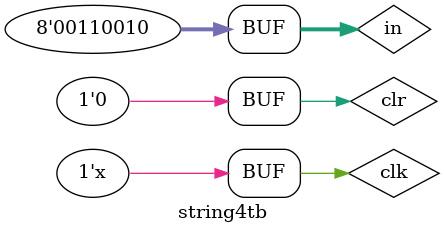
<source format=v>
`timescale 1ns / 1ps


module string4tb;

	// Inputs
	reg clk;
	reg clr;
	reg [7:0] in;

	// Outputs
	wire out;
	wire [7:0] res;

	// Instantiate the Unit Under Test (UUT)
	string4 uut (
		.clk(clk), 
		.clr(clr), 
		.in(in), 
		.out(out), 
		.res(res)
	);

	initial begin
		// Initialize Inputs
		clk = 0;
		clr = 0;
		in = "1";

		#10 in = "+";
		#10 in = "2";

	end
   
	always #5 clk = ~clk;
endmodule


</source>
